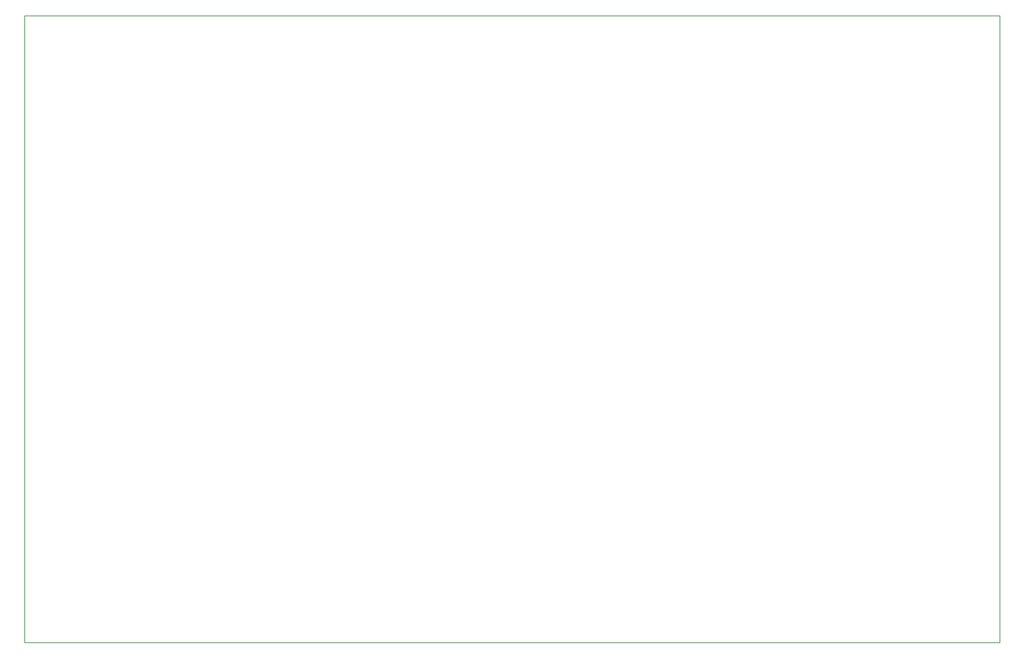
<source format=gbr>
%TF.GenerationSoftware,KiCad,Pcbnew,8.0.4*%
%TF.CreationDate,2025-05-14T15:51:55-04:00*%
%TF.ProjectId,am-receiver,616d2d72-6563-4656-9976-65722e6b6963,rev?*%
%TF.SameCoordinates,Original*%
%TF.FileFunction,Profile,NP*%
%FSLAX46Y46*%
G04 Gerber Fmt 4.6, Leading zero omitted, Abs format (unit mm)*
G04 Created by KiCad (PCBNEW 8.0.4) date 2025-05-14 15:51:55*
%MOMM*%
%LPD*%
G01*
G04 APERTURE LIST*
%TA.AperFunction,Profile*%
%ADD10C,0.050000*%
%TD*%
G04 APERTURE END LIST*
D10*
X84250000Y-62000000D02*
X206000000Y-62000000D01*
X206000000Y-140250000D01*
X84250000Y-140250000D01*
X84250000Y-62000000D01*
M02*

</source>
